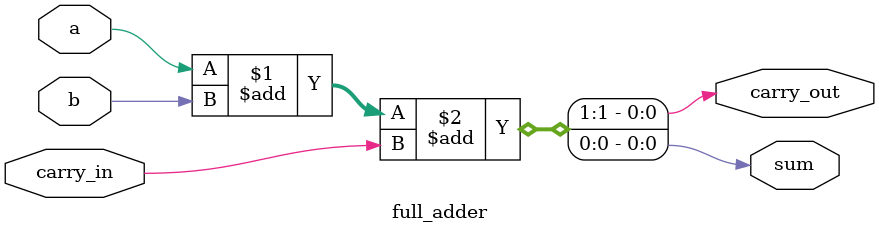
<source format=v>
module binary_adder(
    input [3:0] A,
    input [3:0] B,
    input carry_in,
    output [3:0] S,
    output carry_out
);

    wire [3:0] sum;
    wire [3:0] carry;

    // Full adder for each bit position
    full_adder fa0(
        .a(A[0]),
        .b(B[0]),
        .carry_in(carry_in),
        .sum(sum[0]),
        .carry_out(carry[0])
    );
    full_adder fa1(
        .a(A[1]),
        .b(B[1]),
        .carry_in(carry[0]),
        .sum(sum[1]),
        .carry_out(carry[1])
    );
    full_adder fa2(
        .a(A[2]),
        .b(B[2]),
        .carry_in(carry[1]),
        .sum(sum[2]),
        .carry_out(carry[2])
    );
    full_adder fa3(
        .a(A[3]),
        .b(B[3]),
        .carry_in(carry[2]),
        .sum(sum[3]),
        .carry_out(carry_out)
    );

    assign S = sum;

endmodule

module full_adder(
    input a,
    input b,
    input carry_in,
    output sum,
    output carry_out
);

    assign {carry_out, sum} = a + b + carry_in;

endmodule
</source>
